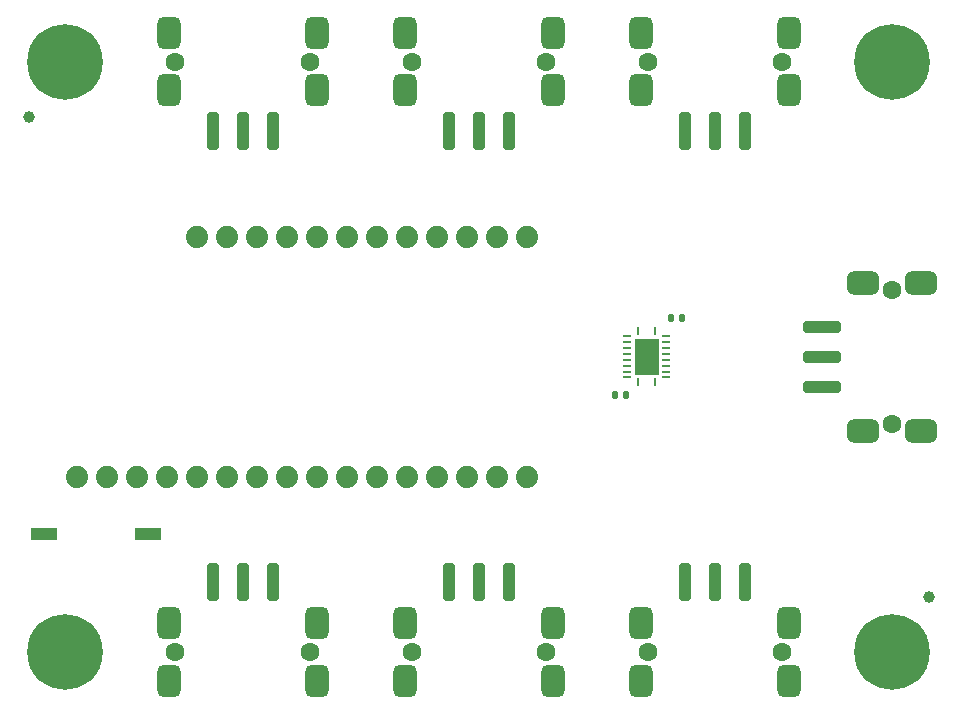
<source format=gts>
G04 #@! TF.GenerationSoftware,KiCad,Pcbnew,7.0.11*
G04 #@! TF.CreationDate,2025-02-19T11:42:19-05:00*
G04 #@! TF.ProjectId,thruster-pcb,74687275-7374-4657-922d-7063622e6b69,1.0*
G04 #@! TF.SameCoordinates,Original*
G04 #@! TF.FileFunction,Soldermask,Top*
G04 #@! TF.FilePolarity,Negative*
%FSLAX46Y46*%
G04 Gerber Fmt 4.6, Leading zero omitted, Abs format (unit mm)*
G04 Created by KiCad (PCBNEW 7.0.11) date 2025-02-19 11:42:19*
%MOMM*%
%LPD*%
G01*
G04 APERTURE LIST*
G04 Aperture macros list*
%AMRoundRect*
0 Rectangle with rounded corners*
0 $1 Rounding radius*
0 $2 $3 $4 $5 $6 $7 $8 $9 X,Y pos of 4 corners*
0 Add a 4 corners polygon primitive as box body*
4,1,4,$2,$3,$4,$5,$6,$7,$8,$9,$2,$3,0*
0 Add four circle primitives for the rounded corners*
1,1,$1+$1,$2,$3*
1,1,$1+$1,$4,$5*
1,1,$1+$1,$6,$7*
1,1,$1+$1,$8,$9*
0 Add four rect primitives between the rounded corners*
20,1,$1+$1,$2,$3,$4,$5,0*
20,1,$1+$1,$4,$5,$6,$7,0*
20,1,$1+$1,$6,$7,$8,$9,0*
20,1,$1+$1,$8,$9,$2,$3,0*%
G04 Aperture macros list end*
%ADD10RoundRect,0.048000X-0.072000X-0.252000X0.072000X-0.252000X0.072000X0.252000X-0.072000X0.252000X0*%
%ADD11RoundRect,0.048000X-0.252000X-0.072000X0.252000X-0.072000X0.252000X0.072000X-0.252000X0.072000X0*%
%ADD12R,2.050000X3.050000*%
%ADD13RoundRect,0.487500X0.487500X0.862500X-0.487500X0.862500X-0.487500X-0.862500X0.487500X-0.862500X0*%
%ADD14C,1.600000*%
%ADD15RoundRect,0.255000X0.255000X1.345000X-0.255000X1.345000X-0.255000X-1.345000X0.255000X-1.345000X0*%
%ADD16C,1.879600*%
%ADD17C,6.400000*%
%ADD18C,1.000000*%
%ADD19RoundRect,0.140000X-0.140000X-0.170000X0.140000X-0.170000X0.140000X0.170000X-0.140000X0.170000X0*%
%ADD20RoundRect,0.487500X-0.487500X-0.862500X0.487500X-0.862500X0.487500X0.862500X-0.487500X0.862500X0*%
%ADD21RoundRect,0.255000X-0.255000X-1.345000X0.255000X-1.345000X0.255000X1.345000X-0.255000X1.345000X0*%
%ADD22RoundRect,0.140000X0.140000X0.170000X-0.140000X0.170000X-0.140000X-0.170000X0.140000X-0.170000X0*%
%ADD23RoundRect,0.487500X-0.862500X0.487500X-0.862500X-0.487500X0.862500X-0.487500X0.862500X0.487500X0*%
%ADD24RoundRect,0.255000X-1.345000X0.255000X-1.345000X-0.255000X1.345000X-0.255000X1.345000X0.255000X0*%
%ADD25R,2.200000X1.000000*%
G04 APERTURE END LIST*
D10*
X171610000Y-99200000D03*
D11*
X170710000Y-99600000D03*
X170710000Y-100100000D03*
X170710000Y-100600000D03*
X170710000Y-101100000D03*
X170710000Y-101600000D03*
X170710000Y-102100000D03*
X170710000Y-102600000D03*
X170710000Y-103100000D03*
D10*
X171610000Y-103500000D03*
X173110000Y-103500000D03*
D11*
X174010000Y-103100000D03*
X174010000Y-102600000D03*
X174010000Y-102100000D03*
X174010000Y-101600000D03*
X174010000Y-101100000D03*
X174010000Y-100600000D03*
X174010000Y-100100000D03*
X174010000Y-99600000D03*
D10*
X173110000Y-99200000D03*
D12*
X172360000Y-101350000D03*
D13*
X184415000Y-128800000D03*
X184415000Y-123900000D03*
D14*
X183840000Y-126350000D03*
X172460000Y-126350000D03*
D13*
X171885000Y-128800000D03*
X171885000Y-123900000D03*
D15*
X175610000Y-120450000D03*
X178150000Y-120450000D03*
X180690000Y-120450000D03*
D16*
X124100000Y-111510000D03*
X126640000Y-111510000D03*
X129180000Y-111510000D03*
X131720000Y-111510000D03*
X134260000Y-111510000D03*
X136800000Y-111510000D03*
X139340000Y-111510000D03*
X141880000Y-111510000D03*
X144420000Y-111510000D03*
X146960000Y-111510000D03*
X149500000Y-111510000D03*
X152040000Y-111510000D03*
X154580000Y-111510000D03*
X157120000Y-111510000D03*
X159660000Y-111510000D03*
X162200000Y-111510000D03*
X162200000Y-91190000D03*
X159660000Y-91190000D03*
X157120000Y-91190000D03*
X154580000Y-91190000D03*
X152040000Y-91190000D03*
X149500000Y-91190000D03*
X146960000Y-91190000D03*
X144420000Y-91190000D03*
X141880000Y-91190000D03*
X139340000Y-91190000D03*
X136800000Y-91190000D03*
X134260000Y-91190000D03*
D17*
X123150000Y-76350000D03*
D18*
X120050000Y-81030000D03*
D17*
X193150000Y-76350000D03*
D19*
X174420000Y-98100000D03*
X175380000Y-98100000D03*
D20*
X131885000Y-73900000D03*
X131885000Y-78800000D03*
D14*
X132460000Y-76350000D03*
X143840000Y-76350000D03*
D20*
X144415000Y-73900000D03*
X144415000Y-78800000D03*
D21*
X140690000Y-82250000D03*
X138150000Y-82250000D03*
X135610000Y-82250000D03*
D18*
X196250000Y-121670000D03*
D17*
X193150000Y-126350000D03*
X123150000Y-126350000D03*
D20*
X171885000Y-73900000D03*
X171885000Y-78800000D03*
D14*
X172460000Y-76350000D03*
X183840000Y-76350000D03*
D20*
X184415000Y-73900000D03*
X184415000Y-78800000D03*
D21*
X180690000Y-82250000D03*
X178150000Y-82250000D03*
X175610000Y-82250000D03*
D13*
X144415000Y-128800000D03*
X144415000Y-123900000D03*
D14*
X143840000Y-126350000D03*
X132460000Y-126350000D03*
D13*
X131885000Y-128800000D03*
X131885000Y-123900000D03*
D15*
X135610000Y-120450000D03*
X138150000Y-120450000D03*
X140690000Y-120450000D03*
D22*
X170630000Y-104600000D03*
X169670000Y-104600000D03*
D13*
X164415000Y-128800000D03*
X164415000Y-123900000D03*
D14*
X163840000Y-126350000D03*
X152460000Y-126350000D03*
D13*
X151885000Y-128800000D03*
X151885000Y-123900000D03*
D15*
X155610000Y-120450000D03*
X158150000Y-120450000D03*
X160690000Y-120450000D03*
D23*
X195600000Y-95085000D03*
X190700000Y-95085000D03*
D14*
X193150000Y-95660000D03*
X193150000Y-107040000D03*
D23*
X195600000Y-107615000D03*
X190700000Y-107615000D03*
D24*
X187250000Y-103890000D03*
X187250000Y-101350000D03*
X187250000Y-98810000D03*
D20*
X151885000Y-73900000D03*
X151885000Y-78800000D03*
D14*
X152460000Y-76350000D03*
X163840000Y-76350000D03*
D20*
X164415000Y-73900000D03*
X164415000Y-78800000D03*
D21*
X160690000Y-82250000D03*
X158150000Y-82250000D03*
X155610000Y-82250000D03*
D25*
X121350000Y-116350000D03*
X130150000Y-116350000D03*
M02*

</source>
